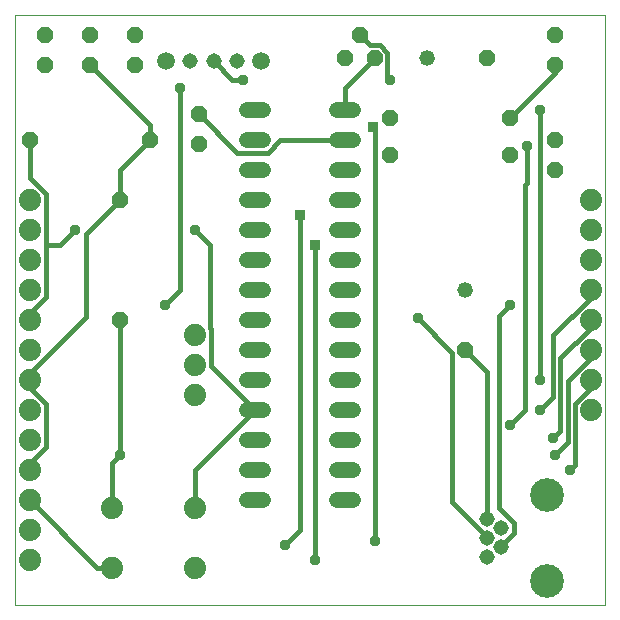
<source format=gtl>
G75*
%MOIN*%
%OFA0B0*%
%FSLAX25Y25*%
%IPPOS*%
%LPD*%
%AMOC8*
5,1,8,0,0,1.08239X$1,22.5*
%
%ADD10C,0.00000*%
%ADD11OC8,0.05200*%
%ADD12C,0.05200*%
%ADD13C,0.05150*%
%ADD14C,0.11220*%
%ADD15C,0.05200*%
%ADD16C,0.05937*%
%ADD17C,0.07400*%
%ADD18C,0.01600*%
%ADD19OC8,0.03562*%
%ADD20R,0.03562X0.03562*%
D10*
X0001800Y0001800D02*
X0001800Y0198650D01*
X0198650Y0198650D01*
X0198650Y0001800D01*
X0001800Y0001800D01*
D11*
X0036800Y0096800D03*
X0036800Y0136800D03*
X0046800Y0156800D03*
X0063050Y0155550D03*
X0063050Y0165550D03*
X0041800Y0181800D03*
X0041800Y0191800D03*
X0026800Y0191800D03*
X0026800Y0181800D03*
X0011800Y0181800D03*
X0011800Y0191800D03*
X0006800Y0156800D03*
X0111800Y0184300D03*
X0116800Y0191800D03*
X0121800Y0184300D03*
X0126800Y0164300D03*
X0126800Y0151800D03*
X0159300Y0184300D03*
X0166800Y0164300D03*
X0166800Y0151800D03*
X0181800Y0146800D03*
X0181800Y0156800D03*
X0181800Y0181800D03*
X0181800Y0191800D03*
X0151800Y0086800D03*
D12*
X0151800Y0106800D03*
X0139300Y0184300D03*
D13*
X0075924Y0183050D03*
X0068050Y0183050D03*
X0060176Y0183050D03*
X0159221Y0030599D03*
X0163946Y0027450D03*
X0159221Y0024300D03*
X0163946Y0021150D03*
X0159221Y0018001D03*
D14*
X0179300Y0009930D03*
X0179300Y0038670D03*
D15*
X0114400Y0036800D02*
X0109200Y0036800D01*
X0109200Y0046800D02*
X0114400Y0046800D01*
X0114400Y0056800D02*
X0109200Y0056800D01*
X0109200Y0066800D02*
X0114400Y0066800D01*
X0114400Y0076800D02*
X0109200Y0076800D01*
X0109200Y0086800D02*
X0114400Y0086800D01*
X0114400Y0096800D02*
X0109200Y0096800D01*
X0109200Y0106800D02*
X0114400Y0106800D01*
X0114400Y0116800D02*
X0109200Y0116800D01*
X0109200Y0126800D02*
X0114400Y0126800D01*
X0114400Y0136800D02*
X0109200Y0136800D01*
X0109200Y0146800D02*
X0114400Y0146800D01*
X0114400Y0156800D02*
X0109200Y0156800D01*
X0109200Y0166800D02*
X0114400Y0166800D01*
X0084400Y0166800D02*
X0079200Y0166800D01*
X0079200Y0156800D02*
X0084400Y0156800D01*
X0084400Y0146800D02*
X0079200Y0146800D01*
X0079200Y0136800D02*
X0084400Y0136800D01*
X0084400Y0126800D02*
X0079200Y0126800D01*
X0079200Y0116800D02*
X0084400Y0116800D01*
X0084400Y0106800D02*
X0079200Y0106800D01*
X0079200Y0096800D02*
X0084400Y0096800D01*
X0084400Y0086800D02*
X0079200Y0086800D01*
X0079200Y0076800D02*
X0084400Y0076800D01*
X0084400Y0066800D02*
X0079200Y0066800D01*
X0079200Y0056800D02*
X0084400Y0056800D01*
X0084400Y0046800D02*
X0079200Y0046800D01*
X0079200Y0036800D02*
X0084400Y0036800D01*
D16*
X0083798Y0183050D03*
X0052302Y0183050D03*
D17*
X0006800Y0136800D03*
X0006800Y0126800D03*
X0006800Y0116800D03*
X0006800Y0106800D03*
X0006800Y0096800D03*
X0006800Y0086800D03*
X0006800Y0076800D03*
X0006800Y0066800D03*
X0006800Y0056800D03*
X0006800Y0046800D03*
X0006800Y0036800D03*
X0006800Y0026800D03*
X0006800Y0016800D03*
X0034300Y0014300D03*
X0034300Y0034300D03*
X0061800Y0034300D03*
X0061800Y0014300D03*
X0061800Y0071800D03*
X0061800Y0081800D03*
X0061800Y0091800D03*
X0193800Y0086800D03*
X0193800Y0076800D03*
X0193800Y0066800D03*
X0193800Y0096800D03*
X0193800Y0106800D03*
X0193800Y0116800D03*
X0193800Y0126800D03*
X0193800Y0136800D03*
D18*
X0172398Y0142398D02*
X0172398Y0154972D01*
X0166800Y0164300D02*
X0181800Y0179300D01*
X0181800Y0181800D01*
X0176800Y0166800D02*
X0176800Y0076800D01*
X0181300Y0071300D02*
X0181300Y0091795D01*
X0193800Y0104295D01*
X0193800Y0106800D01*
X0193800Y0096800D02*
X0193800Y0094295D01*
X0183700Y0084195D01*
X0183700Y0059925D01*
X0181188Y0057412D01*
X0186100Y0056100D02*
X0186100Y0076595D01*
X0193800Y0084295D01*
X0193800Y0086800D01*
X0193800Y0076800D02*
X0193800Y0074295D01*
X0188500Y0068995D01*
X0188500Y0048500D01*
X0186800Y0046800D01*
X0181800Y0051800D02*
X0186100Y0056100D01*
X0176800Y0066800D02*
X0181300Y0071300D01*
X0171800Y0066800D02*
X0171800Y0141800D01*
X0172398Y0142398D01*
X0166800Y0101800D02*
X0163219Y0098219D01*
X0163219Y0034080D01*
X0168120Y0029179D01*
X0168120Y0025720D01*
X0163946Y0021546D01*
X0163946Y0021150D01*
X0159221Y0024300D02*
X0159221Y0024695D01*
X0147600Y0036316D01*
X0147600Y0086000D01*
X0136188Y0097412D01*
X0151800Y0086800D02*
X0159221Y0079379D01*
X0159221Y0030599D01*
X0166800Y0061800D02*
X0171800Y0066800D01*
X0121800Y0023048D02*
X0121800Y0160529D01*
X0121165Y0161165D01*
X0111800Y0156800D02*
X0090340Y0156800D01*
X0086140Y0152600D01*
X0076000Y0152600D01*
X0063050Y0165550D01*
X0056800Y0174080D02*
X0056800Y0174300D01*
X0056800Y0174080D01*
X0056800Y0106800D01*
X0051800Y0101800D01*
X0036800Y0096800D02*
X0036800Y0051800D01*
X0034300Y0049300D01*
X0034300Y0034300D01*
X0034300Y0014300D02*
X0029300Y0014300D01*
X0006800Y0036800D01*
X0006800Y0046800D02*
X0006800Y0049305D01*
X0012100Y0054605D01*
X0012100Y0068995D01*
X0006800Y0074295D01*
X0006800Y0076800D01*
X0006800Y0079305D01*
X0025381Y0097886D01*
X0025381Y0125381D01*
X0036800Y0136800D01*
X0036800Y0146800D01*
X0046800Y0156800D01*
X0046800Y0161800D01*
X0026800Y0181800D01*
X0006800Y0156800D02*
X0006800Y0144295D01*
X0012100Y0138995D01*
X0012100Y0121800D01*
X0016800Y0121800D01*
X0021800Y0126800D01*
X0012100Y0121800D02*
X0012100Y0104605D01*
X0006800Y0099305D01*
X0006800Y0096800D01*
X0061800Y0126800D02*
X0066800Y0121800D01*
X0066800Y0094295D01*
X0067100Y0093995D01*
X0067100Y0081500D01*
X0081800Y0066800D01*
X0061800Y0046800D01*
X0061800Y0034300D01*
X0091800Y0021800D02*
X0096800Y0026800D01*
X0096800Y0131800D01*
X0101800Y0121800D02*
X0101800Y0016800D01*
X0111800Y0166800D02*
X0111800Y0174300D01*
X0121800Y0184300D01*
X0120100Y0188500D02*
X0116800Y0191800D01*
X0120100Y0188500D02*
X0123540Y0188500D01*
X0126000Y0186040D01*
X0126000Y0177600D01*
X0126800Y0176800D01*
X0077951Y0176873D02*
X0076873Y0176873D01*
X0076800Y0176800D01*
X0074300Y0176800D01*
X0068050Y0183050D01*
D19*
X0077951Y0176873D03*
X0056800Y0174080D03*
X0061800Y0126800D03*
X0051800Y0101800D03*
X0021800Y0126800D03*
X0036800Y0051800D03*
X0091800Y0021800D03*
X0101800Y0016800D03*
X0121800Y0023048D03*
X0166800Y0061800D03*
X0176800Y0066800D03*
X0176800Y0076800D03*
X0181188Y0057412D03*
X0181800Y0051800D03*
X0186800Y0046800D03*
X0136188Y0097412D03*
X0166800Y0101800D03*
X0172398Y0154972D03*
X0176800Y0166800D03*
X0126800Y0176800D03*
D20*
X0121165Y0161165D03*
X0096800Y0131800D03*
X0101800Y0121800D03*
M02*

</source>
